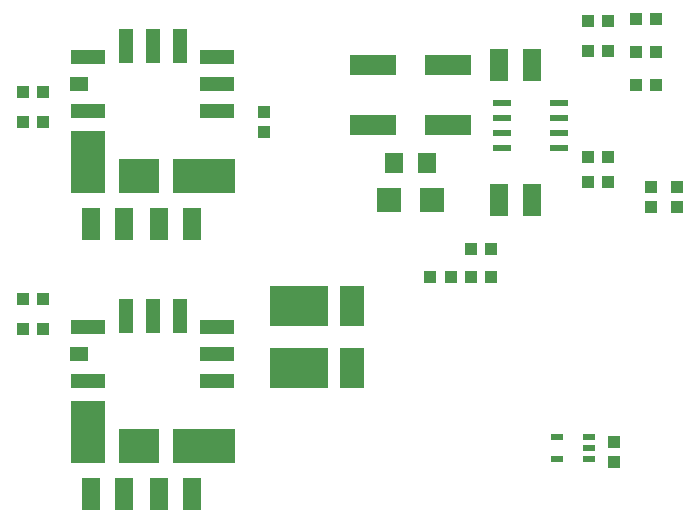
<source format=gtp>
G75*
%MOIN*%
%OFA0B0*%
%FSLAX24Y24*%
%IPPOS*%
%LPD*%
%AMOC8*
5,1,8,0,0,1.08239X$1,22.5*
%
%ADD10R,0.0638X0.0236*%
%ADD11R,0.0394X0.0433*%
%ADD12R,0.0630X0.1063*%
%ADD13R,0.0630X0.0709*%
%ADD14R,0.0433X0.0394*%
%ADD15R,0.1575X0.0709*%
%ADD16R,0.0787X0.0787*%
%ADD17R,0.1969X0.1378*%
%ADD18R,0.0787X0.1378*%
%ADD19R,0.1181X0.0472*%
%ADD20R,0.2083X0.1181*%
%ADD21R,0.1374X0.1181*%
%ADD22R,0.1181X0.2083*%
%ADD23R,0.0472X0.1181*%
%ADD24R,0.0591X0.0472*%
%ADD25R,0.0394X0.0217*%
D10*
X027514Y016347D03*
X027514Y016847D03*
X027514Y017347D03*
X027514Y017847D03*
X029435Y017847D03*
X029435Y017347D03*
X029435Y016847D03*
X029435Y016347D03*
D11*
X030390Y015197D03*
X031059Y015197D03*
X031989Y018443D03*
X032658Y018443D03*
X032658Y019534D03*
X031989Y019534D03*
X031989Y020626D03*
X032658Y020626D03*
X031059Y020574D03*
X030390Y020574D03*
X027157Y012016D03*
X026488Y012016D03*
X025804Y012016D03*
X025135Y012016D03*
X031252Y006543D03*
X031252Y005874D03*
X012210Y010311D03*
X011540Y010311D03*
X011540Y011311D03*
X012210Y011311D03*
X012210Y017200D03*
X011540Y017200D03*
X011540Y018200D03*
X012210Y018200D03*
D12*
X013824Y013811D03*
X014926Y013811D03*
X016074Y013811D03*
X017176Y013811D03*
X027423Y014597D03*
X028526Y014597D03*
X028526Y019097D03*
X027423Y019097D03*
X017176Y004811D03*
X016074Y004811D03*
X014926Y004811D03*
X013824Y004811D03*
D13*
X023923Y015847D03*
X025026Y015847D03*
D14*
X026488Y012975D03*
X027157Y012975D03*
X030390Y016042D03*
X031059Y016042D03*
X032482Y015032D03*
X032482Y014363D03*
X033344Y014363D03*
X033344Y015032D03*
X031059Y019574D03*
X030390Y019574D03*
X019597Y017543D03*
X019597Y016874D03*
D15*
X023224Y017113D03*
X025724Y017113D03*
X025724Y019082D03*
X023224Y019082D03*
D16*
X023766Y014597D03*
X025183Y014597D03*
D17*
X020743Y011076D03*
X020738Y008985D03*
D18*
X022510Y008985D03*
X022515Y011076D03*
D19*
X018032Y010364D03*
X018032Y009463D03*
X018032Y008561D03*
X013718Y008561D03*
X013718Y010364D03*
X013718Y017561D03*
X013718Y019364D03*
X018032Y019364D03*
X018032Y018463D03*
X018032Y017561D03*
D20*
X017582Y015403D03*
X017582Y006403D03*
D21*
X015424Y006403D03*
X015424Y015403D03*
D22*
X013718Y015854D03*
X013718Y006854D03*
D23*
X014973Y010718D03*
X015875Y010718D03*
X016777Y010718D03*
X016777Y019718D03*
X015875Y019718D03*
X014973Y019718D03*
D24*
X013422Y009463D03*
X013422Y018463D03*
D25*
X029367Y006706D03*
X029367Y005958D03*
X030430Y005958D03*
X030430Y006332D03*
X030430Y006706D03*
M02*

</source>
